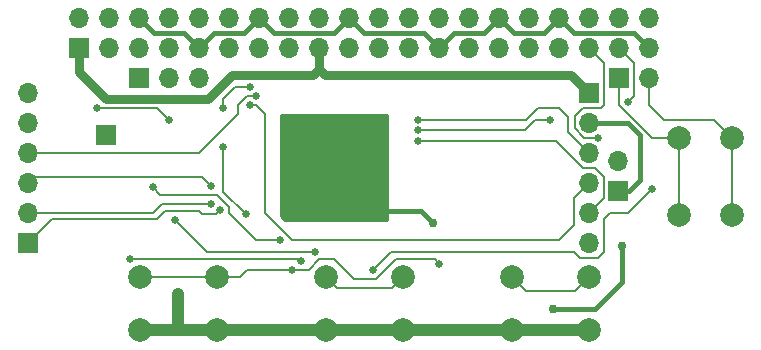
<source format=gbl>
G04 #@! TF.FileFunction,Copper,L2,Bot,Signal*
%FSLAX46Y46*%
G04 Gerber Fmt 4.6, Leading zero omitted, Abs format (unit mm)*
G04 Created by KiCad (PCBNEW 4.0.7-e2-6376~58~ubuntu16.04.1) date Wed Jun 13 12:59:57 2018*
%MOMM*%
%LPD*%
G01*
G04 APERTURE LIST*
%ADD10C,0.100000*%
%ADD11C,2.000000*%
%ADD12R,1.700000X1.700000*%
%ADD13O,1.700000X1.700000*%
%ADD14C,0.762000*%
%ADD15C,0.660400*%
%ADD16C,0.381000*%
%ADD17C,1.016000*%
%ADD18C,0.762000*%
%ADD19C,0.203200*%
%ADD20C,0.254000*%
G04 APERTURE END LIST*
D10*
D11*
X71617000Y-36890960D03*
X76117000Y-36890960D03*
X71617000Y-43390960D03*
X76117000Y-43390960D03*
X32556000Y-48646960D03*
X32556000Y-53146960D03*
X26056000Y-48646960D03*
X26056000Y-53146960D03*
X48304000Y-48646960D03*
X48304000Y-53146960D03*
X41804000Y-48646960D03*
X41804000Y-53146960D03*
X64052000Y-48646960D03*
X64052000Y-53146960D03*
X57552000Y-48646960D03*
X57552000Y-53146960D03*
D12*
X64052000Y-33080960D03*
D13*
X64052000Y-35620960D03*
X64052000Y-38160960D03*
X64052000Y-40700960D03*
X64052000Y-43240960D03*
X64052000Y-45780960D03*
D12*
X16554000Y-45780960D03*
D13*
X16554000Y-43240960D03*
X16554000Y-40700960D03*
X16554000Y-38160960D03*
X16554000Y-35620960D03*
X16554000Y-33080960D03*
D12*
X20872000Y-29270960D03*
D13*
X20872000Y-26730960D03*
X23412000Y-29270960D03*
X23412000Y-26730960D03*
X25952000Y-29270960D03*
X25952000Y-26730960D03*
X28492000Y-29270960D03*
X28492000Y-26730960D03*
X31032000Y-29270960D03*
X31032000Y-26730960D03*
X33572000Y-29270960D03*
X33572000Y-26730960D03*
X36112000Y-29270960D03*
X36112000Y-26730960D03*
X38652000Y-29270960D03*
X38652000Y-26730960D03*
X41192000Y-29270960D03*
X41192000Y-26730960D03*
X43732000Y-29270960D03*
X43732000Y-26730960D03*
X46272000Y-29270960D03*
X46272000Y-26730960D03*
X48812000Y-29270960D03*
X48812000Y-26730960D03*
X51352000Y-29270960D03*
X51352000Y-26730960D03*
X53892000Y-29270960D03*
X53892000Y-26730960D03*
X56432000Y-29270960D03*
X56432000Y-26730960D03*
X58972000Y-29270960D03*
X58972000Y-26730960D03*
X61512000Y-29270960D03*
X61512000Y-26730960D03*
X64052000Y-29270960D03*
X64052000Y-26730960D03*
X66592000Y-29270960D03*
X66592000Y-26730960D03*
X69132000Y-29270960D03*
X69132000Y-26730960D03*
D12*
X66592000Y-31810960D03*
D13*
X69132000Y-31810960D03*
D12*
X25952000Y-31810960D03*
D13*
X28492000Y-31810960D03*
X31032000Y-31810960D03*
D12*
X23158000Y-36636960D03*
X66490400Y-41412160D03*
D13*
X66490400Y-38872160D03*
D14*
X29254000Y-50098960D03*
X48329400Y-31556960D03*
X44062200Y-31556960D03*
X61004000Y-51368960D03*
X66846000Y-46034960D03*
X50844000Y-44129960D03*
X44052000Y-35200960D03*
X38202000Y-37850960D03*
X39252000Y-43600960D03*
D15*
X28492000Y-35366960D03*
X22396000Y-34350960D03*
X34969000Y-43367960D03*
X33064000Y-37652960D03*
X33064000Y-34350960D03*
X35350000Y-32572960D03*
X64814000Y-36890960D03*
X51352000Y-47558960D03*
X38906000Y-48066960D03*
X67354000Y-33842960D03*
X49574000Y-35366960D03*
X35350000Y-34096960D03*
X49574000Y-37144960D03*
X49574000Y-36230560D03*
X60750000Y-35366960D03*
X32810000Y-42986960D03*
X32048000Y-42478960D03*
X32048000Y-40954960D03*
X35858000Y-33334960D03*
X37890000Y-45526960D03*
X27095000Y-41081960D03*
X39668000Y-47304960D03*
X25190000Y-47177960D03*
X29000000Y-43875960D03*
X40811000Y-46542960D03*
X45764000Y-48066960D03*
X69386000Y-41208960D03*
D16*
X66490400Y-41412160D02*
X67404800Y-41412160D01*
X67404800Y-41412160D02*
X68370000Y-40446960D01*
X68370000Y-36636960D02*
X68370000Y-40446960D01*
X67354000Y-35620960D02*
X68370000Y-36636960D01*
X64052000Y-35620960D02*
X67354000Y-35620960D01*
D17*
X29254000Y-50098960D02*
X29254000Y-53146960D01*
D16*
X61512000Y-26730960D02*
X62782000Y-28000960D01*
X67862000Y-28000960D02*
X69132000Y-29270960D01*
X62782000Y-28000960D02*
X67862000Y-28000960D01*
X56432000Y-26730960D02*
X57702000Y-28000960D01*
X60242000Y-28000960D02*
X61512000Y-26730960D01*
X57702000Y-28000960D02*
X60242000Y-28000960D01*
X51352000Y-29270960D02*
X52622000Y-28000960D01*
X55162000Y-28000960D02*
X56432000Y-26730960D01*
X52622000Y-28000960D02*
X55162000Y-28000960D01*
X51352000Y-29270960D02*
X50082000Y-28000960D01*
X45002000Y-28000960D02*
X43732000Y-26730960D01*
X50082000Y-28000960D02*
X45002000Y-28000960D01*
X31032000Y-29270960D02*
X29762000Y-28000960D01*
X27222000Y-28000960D02*
X25952000Y-26730960D01*
X29762000Y-28000960D02*
X27222000Y-28000960D01*
X31032000Y-29270960D02*
X31032000Y-29016960D01*
X36112000Y-26730960D02*
X34842000Y-28000960D01*
X32302000Y-28000960D02*
X31032000Y-29270960D01*
X34842000Y-28000960D02*
X32302000Y-28000960D01*
X36112000Y-26730960D02*
X37382000Y-28000960D01*
X37382000Y-28000960D02*
X42462000Y-28000960D01*
X42462000Y-28000960D02*
X43732000Y-26730960D01*
D17*
X41804000Y-53146960D02*
X32556000Y-53146960D01*
X57552000Y-53146960D02*
X48304000Y-53146960D01*
X26056000Y-53146960D02*
X29254000Y-53146960D01*
X29254000Y-53146960D02*
X32556000Y-53146960D01*
X41804000Y-53146960D02*
X48304000Y-53146960D01*
X57552000Y-53146960D02*
X64052000Y-53146960D01*
D16*
X66846000Y-49082960D02*
X66846000Y-46034960D01*
X64560000Y-51368960D02*
X66846000Y-49082960D01*
X61004000Y-51368960D02*
X64560000Y-51368960D01*
X50844000Y-44129960D02*
X49828000Y-43113960D01*
X49828000Y-43113960D02*
X46780000Y-43113960D01*
D18*
X62528000Y-31556960D02*
X64052000Y-33080960D01*
D16*
X40302000Y-38950960D02*
X39252000Y-38950960D01*
X44052000Y-35200960D02*
X40302000Y-38950960D01*
X38202000Y-37850960D02*
X39252000Y-38900960D01*
X39252000Y-38900960D02*
X39252000Y-38950960D01*
X39252000Y-38950960D02*
X39252000Y-43600960D01*
D18*
X20872000Y-31302960D02*
X20872000Y-29270960D01*
X23158000Y-33588960D02*
X20872000Y-31302960D01*
X31794000Y-33588960D02*
X23158000Y-33588960D01*
X33826000Y-31556960D02*
X31794000Y-33588960D01*
X40684000Y-31556960D02*
X33826000Y-31556960D01*
X41192000Y-31048960D02*
X40684000Y-31556960D01*
X41192000Y-29270960D02*
X41192000Y-31048960D01*
X41192000Y-31048960D02*
X41700000Y-31556960D01*
X41700000Y-31556960D02*
X44062200Y-31556960D01*
X44062200Y-31556960D02*
X48329400Y-31556960D01*
X48329400Y-31556960D02*
X62528000Y-31556960D01*
D19*
X28492000Y-35366960D02*
X27476000Y-34350960D01*
X27476000Y-34350960D02*
X22396000Y-34350960D01*
X33064000Y-34350960D02*
X33064000Y-33588960D01*
X34969000Y-43367960D02*
X33064000Y-41462960D01*
X33064000Y-41462960D02*
X33064000Y-37652960D01*
X33064000Y-33588960D02*
X34080000Y-32572960D01*
X34080000Y-32572960D02*
X35350000Y-32572960D01*
X64052000Y-29270960D02*
X65322000Y-30540960D01*
X65322000Y-30540960D02*
X65322000Y-34096960D01*
X65322000Y-34096960D02*
X65068000Y-34350960D01*
X65068000Y-34350960D02*
X63544000Y-34350960D01*
X63544000Y-34350960D02*
X62815370Y-35079590D01*
X62815370Y-35079590D02*
X62815370Y-36095590D01*
X62815370Y-36095590D02*
X63610740Y-36890960D01*
X63610740Y-36890960D02*
X64814000Y-36890960D01*
X57552000Y-48646960D02*
X57552000Y-48678960D01*
X57552000Y-48678960D02*
X58718000Y-49844960D01*
X62854000Y-49844960D02*
X64052000Y-48646960D01*
X58718000Y-49844960D02*
X62854000Y-49844960D01*
X42462000Y-47177960D02*
X44113000Y-48828960D01*
X44113000Y-48828960D02*
X46018000Y-48828960D01*
X46018000Y-48828960D02*
X47669000Y-47177960D01*
X38906000Y-48066960D02*
X40303000Y-48066960D01*
X51352000Y-47558960D02*
X50971000Y-47177960D01*
X50971000Y-47177960D02*
X47669000Y-47177960D01*
X42462000Y-47177960D02*
X41192000Y-47177960D01*
X41192000Y-47177960D02*
X40303000Y-48066960D01*
X26056000Y-48646960D02*
X32556000Y-48646960D01*
X32556000Y-48646960D02*
X34516000Y-48646960D01*
X34516000Y-48646960D02*
X34588000Y-48574960D01*
X35096000Y-48066960D02*
X34588000Y-48574960D01*
X38906000Y-48066960D02*
X35096000Y-48066960D01*
X34588000Y-48574960D02*
X34516000Y-48646960D01*
X33246000Y-48646960D02*
X32556000Y-48646960D01*
X41804000Y-48646960D02*
X41804000Y-48678960D01*
X41804000Y-48678960D02*
X42716000Y-49590960D01*
X47360000Y-49590960D02*
X48304000Y-48646960D01*
X42716000Y-49590960D02*
X47360000Y-49590960D01*
X67862000Y-33334960D02*
X67354000Y-33842960D01*
X67862000Y-30540960D02*
X67862000Y-33334960D01*
X66592000Y-29270960D02*
X67862000Y-30540960D01*
X62274000Y-35112960D02*
X62274000Y-36382960D01*
X61512000Y-34350960D02*
X62274000Y-35112960D01*
X59734000Y-34350960D02*
X61512000Y-34350960D01*
X58718000Y-35366960D02*
X59734000Y-34350960D01*
X49574000Y-35366960D02*
X58718000Y-35366960D01*
X64052000Y-38160960D02*
X62274000Y-36382960D01*
X38906000Y-45526960D02*
X61512000Y-45526960D01*
X62782000Y-41970960D02*
X64052000Y-40700960D01*
X62782000Y-44256960D02*
X62782000Y-41970960D01*
X61512000Y-45526960D02*
X62782000Y-44256960D01*
X36620000Y-34858960D02*
X36620000Y-43240960D01*
X35350000Y-34096960D02*
X35858000Y-34096960D01*
X35858000Y-34096960D02*
X36620000Y-34858960D01*
X38906000Y-45526960D02*
X36620000Y-43240960D01*
X63544000Y-39430960D02*
X61258000Y-37144960D01*
X61258000Y-37144960D02*
X49574000Y-37144960D01*
X64560000Y-39430960D02*
X63544000Y-39430960D01*
X65322000Y-40192960D02*
X64560000Y-39430960D01*
X65322000Y-41970960D02*
X65322000Y-40192960D01*
X65322000Y-41970960D02*
X64052000Y-43240960D01*
X49574000Y-36230560D02*
X58616400Y-36230560D01*
X59480000Y-35366960D02*
X60750000Y-35366960D01*
X58616400Y-36230560D02*
X59480000Y-35366960D01*
X71617000Y-36890960D02*
X71617000Y-43390960D01*
X66592000Y-31810960D02*
X66592000Y-34096960D01*
X69386000Y-36890960D02*
X71617000Y-36890960D01*
X66592000Y-34096960D02*
X69386000Y-36890960D01*
X66592000Y-32246960D02*
X66592000Y-31810960D01*
X76117000Y-36890960D02*
X76117000Y-43390960D01*
X69132000Y-31810960D02*
X69132000Y-34096960D01*
X69132000Y-34096960D02*
X70402000Y-35366960D01*
X74593000Y-35366960D02*
X76117000Y-36890960D01*
X70402000Y-35366960D02*
X74593000Y-35366960D01*
X32810000Y-42986960D02*
X32429000Y-43367960D01*
X31032000Y-43113960D02*
X28111000Y-43113960D01*
X31286000Y-43367960D02*
X31032000Y-43113960D01*
X32429000Y-43367960D02*
X31286000Y-43367960D01*
X27476000Y-43748960D02*
X28111000Y-43113960D01*
X27476000Y-43748960D02*
X18586000Y-43748960D01*
X16554000Y-45780960D02*
X18586000Y-43748960D01*
X27095000Y-43240960D02*
X27857000Y-42478960D01*
X27857000Y-42478960D02*
X32048000Y-42478960D01*
X27095000Y-43240960D02*
X16554000Y-43240960D01*
X17062000Y-40192960D02*
X16554000Y-40700960D01*
X32048000Y-40954960D02*
X31286000Y-40192960D01*
X31286000Y-40192960D02*
X17062000Y-40192960D01*
X31032000Y-38160960D02*
X16554000Y-38160960D01*
X34334000Y-34858960D02*
X31032000Y-38160960D01*
X34334000Y-34096960D02*
X34334000Y-34858960D01*
X35096000Y-33334960D02*
X34334000Y-34096960D01*
X35858000Y-33334960D02*
X35096000Y-33334960D01*
X33575012Y-42986924D02*
X33575012Y-43243972D01*
X33575012Y-43243972D02*
X35858000Y-45526960D01*
X37890000Y-45526960D02*
X35858000Y-45526960D01*
X33576000Y-42736960D02*
X33575012Y-42986924D01*
X32556000Y-41716960D02*
X33576000Y-42736960D01*
X27730000Y-41716960D02*
X27095000Y-41081960D01*
X32556000Y-41716960D02*
X27730000Y-41716960D01*
X25190000Y-47177960D02*
X39287000Y-47177960D01*
X39287000Y-47177960D02*
X39668000Y-47304960D01*
X29000000Y-43875960D02*
X31667000Y-46542960D01*
X31667000Y-46542960D02*
X40811000Y-46542960D01*
X45764000Y-48066960D02*
X47288000Y-46542960D01*
X47288000Y-46542960D02*
X62782000Y-46542960D01*
X65322000Y-46542960D02*
X65322000Y-43748960D01*
X64814000Y-47050960D02*
X65322000Y-46542960D01*
X63290000Y-47050960D02*
X64814000Y-47050960D01*
X62782000Y-46542960D02*
X63290000Y-47050960D01*
X67354000Y-43240960D02*
X65830000Y-43240960D01*
X67354000Y-43240960D02*
X69386000Y-41208960D01*
X65830000Y-43240960D02*
X65322000Y-43748960D01*
D20*
G36*
X46975000Y-43873960D02*
X38294710Y-43873960D01*
X37929000Y-43508250D01*
X37929000Y-34927960D01*
X46975000Y-34927960D01*
X46975000Y-43873960D01*
X46975000Y-43873960D01*
G37*
X46975000Y-43873960D02*
X38294710Y-43873960D01*
X37929000Y-43508250D01*
X37929000Y-34927960D01*
X46975000Y-34927960D01*
X46975000Y-43873960D01*
M02*

</source>
